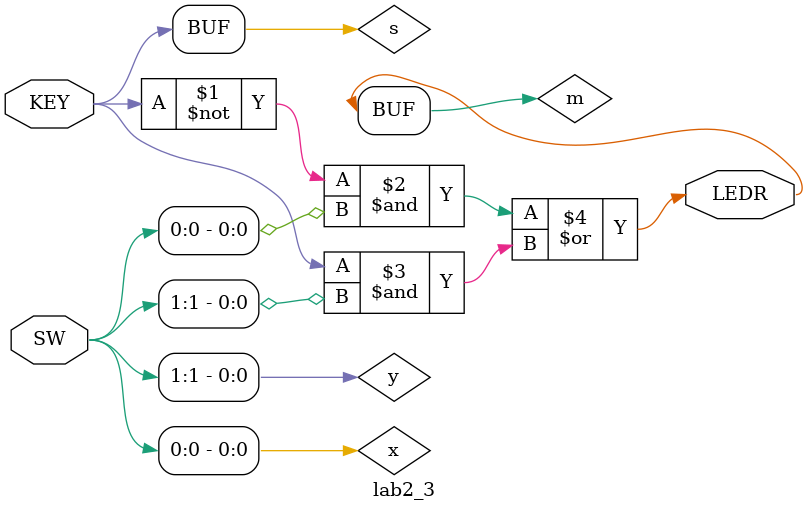
<source format=v>
module lab2_3 (SW, KEY, LEDR);
  input [1:0] SW;  
  input [0:0] KEY; 
 
 assign x = SW[0];  
 assign y = SW[1];  
 assign s = KEY[0];  
 assign m = (~s & x) | (s & y);   
 output [0:0] LEDR= m;  
 endmodule 
 
 
</source>
